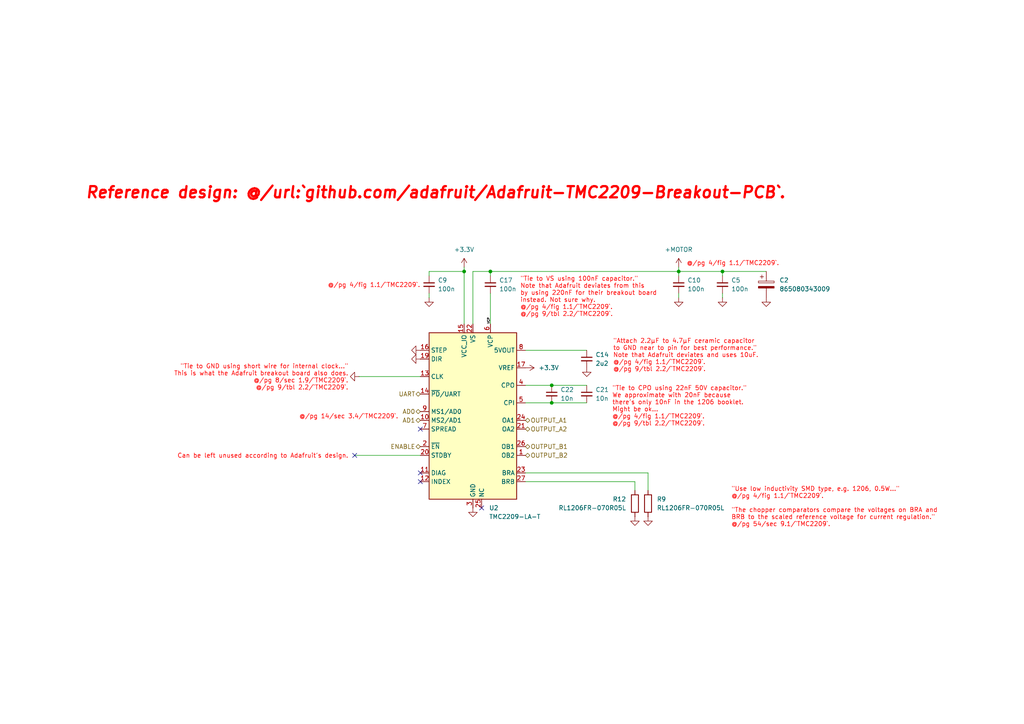
<source format=kicad_sch>
(kicad_sch (version 20250114) (generator "eeschema") (generator_version "9.0")
  (paper "A4")
  (lib_symbols
    (symbol "Device:C_Polarized" (pin_numbers (hide yes)) (pin_names (offset 0.254))
      (property "Reference" "C" (at 0.635 2.54 0))
      (property "Value" "C_Polarized" (at 0.635 -2.54 0))
      (symbol "C_Polarized_0_1"
        (rectangle (start -2.286 0.508) (end 2.286 1.016))
        (polyline (pts (xy -1.778 2.286) (xy -0.762 2.286)))
        (polyline (pts (xy -1.27 2.794) (xy -1.27 1.778)))
        (rectangle (start 2.286 -0.508) (end -2.286 -1.016) (fill (type outline)))
      )
      (symbol "C_Polarized_1_1"
        (pin passive line (at 0 3.81 270) (length 2.794) (name "~") (number "1"))
        (pin passive line (at 0 -3.81 90) (length 2.794) (name "~") (number "2"))
      )
    )
    (symbol "Device:C_Small" (pin_numbers (hide yes)) (pin_names (offset 0.254) (hide yes))
      (property "Reference" "C" (at 0.254 1.778 0))
      (property "Value" "C_Small" (at 0.254 -2.032 0))
      (symbol "C_Small_0_1"
        (polyline (pts (xy -1.524 0.508) (xy 1.524 0.508)) (stroke (width 0.3048)))
        (polyline (pts (xy -1.524 -0.508) (xy 1.524 -0.508)) (stroke (width 0.3302)))
      )
      (symbol "C_Small_1_1"
        (pin passive line (at 0 2.54 270) (length 2.032) (name "~") (number "1"))
        (pin passive line (at 0 -2.54 90) (length 2.032) (name "~") (number "2"))
      )
    )
    (symbol "Device:R" (pin_numbers (hide yes)) (pin_names (offset 0))
      (property "Reference" "R" (at 2.032 0 90))
      (property "Value" "R" (at 0 0 90))
      (symbol "R_0_1"
        (rectangle (start -1.016 -2.54) (end 1.016 2.54) (stroke (width 0.254)))
      )
      (symbol "R_1_1"
        (pin passive line (at 0 3.81 270) (length 1.27) (name "~") (number "1"))
        (pin passive line (at 0 -3.81 90) (length 1.27) (name "~") (number "2"))
      )
    )
    (symbol "Driver_Motor:TMC2209-LA"
      (property "Reference" "U" (at -11.684 26.924 0))
      (property "Value" "TMC2209-LA" (at 13.208 26.924 0))
      (symbol "TMC2209-LA_0_1"
        (rectangle (start -12.7 25.4) (end 12.7 -22.86) (stroke (width 0.254)) (fill (type background)))
      )
      (symbol "TMC2209-LA_1_1"
        (pin input line (at -15.24 20.32 0) (length 2.54) (name "STEP") (number "16"))
        (pin input line (at -15.24 17.78 0) (length 2.54) (name "DIR") (number "19"))
        (pin input line (at -15.24 12.7 0) (length 2.54) (name "CLK") (number "13"))
        (pin bidirectional line (at -15.24 7.62 0) (length 2.54) (name "~{PD}/UART") (number "14"))
        (pin input line (at -15.24 2.54 0) (length 2.54) (name "MS1/AD0") (number "9"))
        (pin input line (at -15.24 0 0) (length 2.54) (name "MS2/AD1") (number "10"))
        (pin input line (at -15.24 -2.54 0) (length 2.54) (name "SPREAD") (number "7"))
        (pin input line (at -15.24 -7.62 0) (length 2.54) (name "~{EN}") (number "2"))
        (pin input line (at -15.24 -10.16 0) (length 2.54) (name "STDBY") (number "20"))
        (pin output line (at -15.24 -15.24 0) (length 2.54) (name "DIAG") (number "11"))
        (pin output line (at -15.24 -17.78 0) (length 2.54) (name "INDEX") (number "12"))
        (pin power_in line (at -2.54 27.94 270) (length 2.54) (name "VCC_IO") (number "15"))
        (pin power_in line (at 0 27.94 270) (length 2.54) (name "VS") (number "22"))
        (pin passive line (at 0 27.94 270) (length 2.54) (hide yes) (name "VS") (number "28"))
        (pin passive line (at 0 -25.4 90) (length 2.54) (hide yes) (name "GND") (number "18"))
        (pin passive line (at 0 -25.4 90) (length 2.54) (hide yes) (name "GND") (number "29"))
        (pin power_in line (at 0 -25.4 90) (length 2.54) (name "GND") (number "3"))
        (pin passive line (at 2.54 -25.4 90) (length 2.54) (name "NC") (number "25"))
        (pin output line (at 5.08 27.94 270) (length 2.54) (name "VCP") (number "6"))
        (pin power_out line (at 15.24 20.32 180) (length 2.54) (name "5VOUT") (number "8"))
        (pin passive line (at 15.24 15.24 180) (length 2.54) (name "VREF") (number "17"))
        (pin input line (at 15.24 10.16 180) (length 2.54) (name "CPO") (number "4"))
        (pin input line (at 15.24 5.08 180) (length 2.54) (name "CPI") (number "5"))
        (pin output line (at 15.24 0 180) (length 2.54) (name "OA1") (number "24"))
        (pin output line (at 15.24 -2.54 180) (length 2.54) (name "OA2") (number "21"))
        (pin output line (at 15.24 -7.62 180) (length 2.54) (name "OB1") (number "26"))
        (pin output line (at 15.24 -10.16 180) (length 2.54) (name "OB2") (number "1"))
        (pin input line (at 15.24 -15.24 180) (length 2.54) (name "BRA") (number "23"))
        (pin input line (at 15.24 -17.78 180) (length 2.54) (name "BRB") (number "27"))
      )
    )
    (symbol "power:+3.3V" (power) (pin_numbers (hide yes)) (pin_names (offset 0) (hide yes))
      (property "Value" "+3.3V" (at 0 3.556 0))
      (symbol "+3.3V_0_1"
        (polyline (pts (xy -0.762 1.27) (xy 0 2.54)))
        (polyline (pts (xy 0 2.54) (xy 0.762 1.27)))
        (polyline (pts (xy 0 0) (xy 0 2.54)))
      )
      (symbol "+3.3V_1_1"
        (pin power_in line (at 0 0 90) (length 0) (name "~") (number "1"))
      )
    )
    (symbol "power:+BATT" (power) (pin_numbers (hide yes)) (pin_names (offset 0) (hide yes))
      (property "Value" "+BATT" (at 0 3.556 0))
      (symbol "+BATT_0_1"
        (polyline (pts (xy -0.762 1.27) (xy 0 2.54)))
        (polyline (pts (xy 0 2.54) (xy 0.762 1.27)))
        (polyline (pts (xy 0 0) (xy 0 2.54)))
      )
      (symbol "+BATT_1_1"
        (pin power_in line (at 0 0 90) (length 0) (name "~") (number "1"))
      )
    )
    (symbol "power:GND" (power) (pin_numbers (hide yes)) (pin_names (offset 0) (hide yes))
      (property "Value" "GND" (at 0 -3.81 0))
      (symbol "GND_0_1"
        (polyline (pts (xy 0 0) (xy 0 -1.27) (xy 1.27 -1.27) (xy 0 -2.54) (xy -1.27 -1.27) (xy 0 -1.27)))
      )
      (symbol "GND_1_1"
        (pin power_in line (at 0 0 270) (length 0) (name "~") (number "1"))
      )
    )
  )
  (text "\"Tie to CPO using 22nF 50V capacitor.\"\nWe approximate with 20nF because\nthere's only 10nF in the 1206 booklet.\nMight be ok...\n@/pg 4/fig 1.1/`TMC2209`.\n@/pg 9/tbl 2.2/`TMC2209`." (at 177.546 117.856 0) (effects (font (size 1.27 1.27) (thickness 0.1588)) (justify left)))
  (text "Reference design: @/url:`github.com/adafruit/Adafruit-TMC2209-Breakout-PCB`." (at 24.638 57.912 0) (effects (font (size 3.2512 3.2512) (thickness 0.6502) (bold yes) (italic yes)) (justify left bottom)))
  (text "@/pg 4/fig 1.1/`TMC2209`." (at 121.92 83.566 0) (effects (font (size 1.27 1.27) (thickness 0.1588)) (justify right bottom)))
  (text "@/pg 4/fig 1.1/`TMC2209`." (at 199.136 77.216 0) (effects (font (size 1.27 1.27) (thickness 0.1588)) (justify left bottom)))
  (text "Can be left unused according to Adafruit's design." (at 101.092 132.334 0) (effects (font (size 1.27 1.27) (thickness 0.1588)) (justify right)))
  (text "@/pg 14/sec 3.4/`TMC2209`." (at 115.57 120.904 0) (effects (font (size 1.27 1.27) (thickness 0.1588)) (justify right)))
  (text "\"Tie to GND using short wire for internal clock...\"\nThis is what the Adafruit breakout board also does.\n@/pg 8/sec 1.9/`TMC2209`.\n@/pg 9/tbl 2.2/`TMC2209`." (at 101.092 109.474 0) (effects (font (size 1.27 1.27) (thickness 0.1588)) (justify right)))
  (text "\"Use low inductivity SMD type, e.g. 1206, 0.5W...\"\n@/pg 4/fig 1.1/`TMC2209`.\n\n\"The chopper comparators compare the voltages on BRA and\nBRB to the scaled reference voltage for current regulation.\"\n@/pg 54/sec 9.1/`TMC2209`." (at 212.09 147.066 0) (effects (font (size 1.27 1.27) (thickness 0.1588)) (justify left)))
  (text "\"Tie to VS using 100nF capacitor.\"\nNote that Adafruit deviates from this\nby using 220nF for their breakout board\ninstead. Not sure why.\n@/pg 4/fig 1.1/`TMC2209`.\n@/pg 9/tbl 2.2/`TMC2209`." (at 150.876 80.264 0) (effects (font (size 1.27 1.27) (thickness 0.1588)) (justify left top)))
  (text "\"Attach 2.2μF to 4.7μF ceramic capacitor\nto GND near to pin for best performance.\"\nNote that Adafruit deviates and uses 10uF.\n@/pg 4/fig 1.1/`TMC2209`.\n@/pg 9/tbl 2.2/`TMC2209`." (at 177.8 98.298 0) (effects (font (size 1.27 1.27) (thickness 0.1588)) (justify left top)))
  (junction (at 196.85 78.74))
  (junction (at 209.55 78.74))
  (junction (at 160.02 111.76))
  (junction (at 160.02 116.84))
  (junction (at 142.24 78.74))
  (junction (at 134.62 78.74))
  (no_connect (at 139.7 147.32))
  (no_connect (at 121.92 137.16))
  (no_connect (at 121.92 124.46))
  (no_connect (at 121.92 139.7))
  (no_connect (at 102.87 132.08))
  (wire (pts (xy 134.62 78.74) (xy 134.62 77.47)))
  (wire (pts (xy 160.02 111.76) (xy 170.18 111.76)))
  (wire (pts (xy 209.55 80.01) (xy 209.55 78.74)))
  (wire (pts (xy 152.4 139.7) (xy 184.15 139.7)))
  (wire (pts (xy 102.87 132.08) (xy 121.92 132.08)))
  (wire (pts (xy 124.46 78.74) (xy 134.62 78.74)))
  (wire (pts (xy 142.24 85.09) (xy 142.24 93.98)))
  (wire (pts (xy 196.85 77.47) (xy 196.85 78.74)))
  (wire (pts (xy 137.16 78.74) (xy 142.24 78.74)))
  (wire (pts (xy 124.46 86.36) (xy 124.46 85.09)))
  (wire (pts (xy 137.16 78.74) (xy 137.16 93.98)))
  (wire (pts (xy 187.96 137.16) (xy 187.96 142.24)))
  (wire (pts (xy 184.15 139.7) (xy 184.15 142.24)))
  (wire (pts (xy 196.85 78.74) (xy 209.55 78.74)))
  (wire (pts (xy 152.4 111.76) (xy 160.02 111.76)))
  (wire (pts (xy 134.62 78.74) (xy 134.62 93.98)))
  (wire (pts (xy 160.02 116.84) (xy 170.18 116.84)))
  (wire (pts (xy 142.24 80.01) (xy 142.24 78.74)))
  (wire (pts (xy 152.4 137.16) (xy 187.96 137.16)))
  (wire (pts (xy 152.4 101.6) (xy 170.18 101.6)))
  (wire (pts (xy 196.85 80.01) (xy 196.85 78.74)))
  (wire (pts (xy 196.85 86.36) (xy 196.85 85.09)))
  (wire (pts (xy 142.24 78.74) (xy 196.85 78.74)))
  (wire (pts (xy 209.55 86.36) (xy 209.55 85.09)))
  (wire (pts (xy 209.55 78.74) (xy 222.25 78.74)))
  (wire (pts (xy 124.46 78.74) (xy 124.46 80.01)))
  (wire (pts (xy 152.4 116.84) (xy 160.02 116.84)))
  (wire (pts (xy 104.14 109.22) (xy 121.92 109.22)))
  (label "VCP" (at 142.24 93.98 90) (effects (font (size 0.635 0.635))))
  (hierarchical_label "OUTPUT_B2" (shape bidirectional) (at 152.4 132.08 0))
  (hierarchical_label "OUTPUT_A1" (shape bidirectional) (at 152.4 121.92 0))
  (hierarchical_label "AD1" (shape bidirectional) (at 121.92 121.92 180))
  (hierarchical_label "OUTPUT_B1" (shape bidirectional) (at 152.4 129.54 0))
  (hierarchical_label "ENABLE" (shape bidirectional) (at 121.92 129.54 180))
  (hierarchical_label "UART" (shape bidirectional) (at 121.92 114.3 180))
  (hierarchical_label "AD0" (shape bidirectional) (at 121.92 119.38 180))
  (hierarchical_label "OUTPUT_A2" (shape bidirectional) (at 152.4 124.46 0))
  (symbol (lib_id "Device:C_Small") (at 160.02 114.3 0) (unit 1)
    (property "Reference" "C20" (at 162.56 113.0362 0) (effects (justify left)))
    (property "Value" "10n" (at 162.56 115.5762 0) (effects (justify left)))
    (property "Footprint" "Capacitor_SMD:C_1206_3216Metric_Pad1.33x1.80mm_HandSolder" (effects (hide yes)))
    (property "Description" "Unpolarized capacitor, small symbol" (effects (hide yes)))
    (instances (project "VehiclePowerDistributionSystem" (path "" (reference "C22") (unit 1)) (path "" (reference "C23") (unit 1)) (path "" (reference "C20") (unit 1))))
  )
  (symbol (lib_id "Device:C_Small") (at 124.46 82.55 0) (unit 1)
    (property "Reference" "C7" (at 127 81.2862 0) (effects (justify left)))
    (property "Value" "100n" (at 127 83.8262 0) (effects (justify left)))
    (property "Footprint" "Capacitor_SMD:C_1206_3216Metric_Pad1.33x1.80mm_HandSolder" (effects (hide yes)))
    (property "Description" "Unpolarized capacitor, small symbol" (effects (hide yes)))
    (instances (project "VehiclePowerDistributionSystem" (path "" (reference "C9") (unit 1)) (path "" (reference "C11") (unit 1)) (path "" (reference "C7") (unit 1))))
  )
  (symbol (lib_id "Device:C_Small") (at 170.18 114.3 0) (unit 1)
    (property "Reference" "C19" (at 172.72 113.0362 0) (effects (justify left)))
    (property "Value" "10n" (at 172.72 115.5762 0) (effects (justify left)))
    (property "Footprint" "Capacitor_SMD:C_1206_3216Metric_Pad1.33x1.80mm_HandSolder" (effects (hide yes)))
    (property "Description" "Unpolarized capacitor, small symbol" (effects (hide yes)))
    (instances (project "VehiclePowerDistributionSystem" (path "" (reference "C21") (unit 1)) (path "" (reference "C24") (unit 1)) (path "" (reference "C19") (unit 1))))
  )
  (symbol (lib_id "Device:R") (at 184.15 146.05 0) (mirror x) (unit 1)
    (property "Reference" "R11" (at 181.61 144.7799 0) (effects (justify right)))
    (property "Value" "RL1206FR-070R05L" (at 181.61 147.3199 0) (effects (justify right)))
    (property "Footprint" "Resistor_SMD:R_1206_3216Metric_Pad1.30x1.75mm_HandSolder" (effects (hide yes)))
    (property "Description" "Resistor" (effects (hide yes)))
    (instances (project "VehiclePowerDistributionSystem" (path "" (reference "R12") (unit 1)) (path "" (reference "R13") (unit 1)) (path "" (reference "R11") (unit 1))))
  )
  (symbol (lib_id "power:GND") (at 222.25 86.36 0) (unit 1)
    (property "Reference" "#PWR051" (effects (hide yes)))
    (property "Value" "GND" (effects (hide yes)))
    (property "Description" "Power symbol creates a global label with name \"GND\" , ground" (effects (hide yes)))
    (instances (project "VehiclePowerDistributionSystem" (path "" (reference "#PWR065") (unit 1)) (path "" (reference "#PWR079") (unit 1)) (path "" (reference "#PWR051") (unit 1))))
  )
  (symbol (lib_id "power:GND") (at 209.55 86.36 0) (unit 1)
    (property "Reference" "#PWR050" (effects (hide yes)))
    (property "Value" "GND" (effects (hide yes)))
    (property "Description" "Power symbol creates a global label with name \"GND\" , ground" (effects (hide yes)))
    (instances (project "VehiclePowerDistributionSystem" (path "" (reference "#PWR064") (unit 1)) (path "" (reference "#PWR078") (unit 1)) (path "" (reference "#PWR050") (unit 1))))
  )
  (symbol (lib_id "power:+3.3V") (at 134.62 77.47 0) (unit 1)
    (property "Reference" "#PWR043" (effects (hide yes)))
    (property "Value" "+3.3V" (at 134.62 72.39 0))
    (property "Description" "Power symbol creates a global label with name \"+3.3V\"" (effects (hide yes)))
    (instances (project "VehiclePowerDistributionSystem" (path "" (reference "#PWR057") (unit 1)) (path "" (reference "#PWR071") (unit 1)) (path "" (reference "#PWR043") (unit 1))))
  )
  (symbol (lib_id "power:+BATT") (at 196.85 77.47 0) (unit 1)
    (property "Reference" "#PWR048" (effects (hide yes)))
    (property "Value" "+MOTOR" (at 196.85 72.39 0))
    (property "Description" "Power symbol creates a global label with name \"+BATT\"" (effects (hide yes)))
    (instances (project "VehiclePowerDistributionSystem" (path "" (reference "#PWR062") (unit 1)) (path "" (reference "#PWR076") (unit 1)) (path "" (reference "#PWR048") (unit 1))))
  )
  (symbol (lib_id "power:GND") (at 187.96 149.86 0) (unit 1)
    (property "Reference" "#PWR047" (effects (hide yes)))
    (property "Value" "GND" (effects (hide yes)))
    (property "Description" "Power symbol creates a global label with name \"GND\" , ground" (effects (hide yes)))
    (instances (project "VehiclePowerDistributionSystem" (path "" (reference "#PWR061") (unit 1)) (path "" (reference "#PWR075") (unit 1)) (path "" (reference "#PWR047") (unit 1))))
  )
  (symbol (lib_id "power:GND") (at 196.85 86.36 0) (unit 1)
    (property "Reference" "#PWR049" (effects (hide yes)))
    (property "Value" "GND" (effects (hide yes)))
    (property "Description" "Power symbol creates a global label with name \"GND\" , ground" (effects (hide yes)))
    (instances (project "VehiclePowerDistributionSystem" (path "" (reference "#PWR063") (unit 1)) (path "" (reference "#PWR077") (unit 1)) (path "" (reference "#PWR049") (unit 1))))
  )
  (symbol (lib_id "Device:C_Polarized") (at 222.25 82.55 0) (unit 1)
    (property "Reference" "C3" (at 226.06 81.28 0) (effects (justify left)))
    (property "Value" "865080343009" (at 226.06 83.82 0) (effects (justify left)))
    (property "Footprint" "Capacitor_SMD:CP_Elec_6.3x5.4" (effects (hide yes)))
    (property "Description" "Polarized capacitor" (effects (hide yes)))
    (instances (project "VehiclePowerDistributionSystem" (path "" (reference "C2") (unit 1)) (path "" (reference "C1") (unit 1)) (path "" (reference "C3") (unit 1))))
  )
  (symbol (lib_id "power:GND") (at 170.18 106.68 0) (unit 1)
    (property "Reference" "#PWR045" (effects (hide yes)))
    (property "Value" "GND" (effects (hide yes)))
    (property "Description" "Power symbol creates a global label with name \"GND\" , ground" (effects (hide yes)))
    (instances (project "VehiclePowerDistributionSystem" (path "" (reference "#PWR059") (unit 1)) (path "" (reference "#PWR073") (unit 1)) (path "" (reference "#PWR045") (unit 1))))
  )
  (symbol (lib_id "Device:C_Small") (at 209.55 82.55 0) (unit 1)
    (property "Reference" "C4" (at 212.09 81.2862 0) (effects (justify left)))
    (property "Value" "100n" (at 212.09 83.8262 0) (effects (justify left)))
    (property "Footprint" "Capacitor_SMD:C_1206_3216Metric_Pad1.33x1.80mm_HandSolder" (effects (hide yes)))
    (property "Description" "Unpolarized capacitor, small symbol" (effects (hide yes)))
    (instances (project "VehiclePowerDistributionSystem" (path "" (reference "C5") (unit 1)) (path "" (reference "C6") (unit 1)) (path "" (reference "C4") (unit 1))))
  )
  (symbol (lib_id "Device:C_Small") (at 196.85 82.55 0) (unit 1)
    (property "Reference" "C8" (at 199.39 81.2862 0) (effects (justify left)))
    (property "Value" "100n" (at 199.39 83.8262 0) (effects (justify left)))
    (property "Footprint" "Capacitor_SMD:C_1206_3216Metric_Pad1.33x1.80mm_HandSolder" (effects (hide yes)))
    (property "Description" "Unpolarized capacitor, small symbol" (effects (hide yes)))
    (instances (project "VehiclePowerDistributionSystem" (path "" (reference "C10") (unit 1)) (path "" (reference "C12") (unit 1)) (path "" (reference "C8") (unit 1))))
  )
  (symbol (lib_id "power:GND") (at 137.16 147.32 0) (unit 1)
    (property "Reference" "#PWR044" (effects (hide yes)))
    (property "Value" "GND" (effects (hide yes)))
    (property "Description" "Power symbol creates a global label with name \"GND\" , ground" (effects (hide yes)))
    (instances (project "VehiclePowerDistributionSystem" (path "" (reference "#PWR058") (unit 1)) (path "" (reference "#PWR072") (unit 1)) (path "" (reference "#PWR044") (unit 1))))
  )
  (symbol (lib_id "Driver_Motor:TMC2209-LA") (at 137.16 121.92 0) (unit 1)
    (property "Reference" "U3" (at 141.8433 147.32 0) (effects (justify left)))
    (property "Value" "TMC2209-LA-T" (at 141.8433 149.86 0) (effects (justify left)))
    (property "Footprint" "pcb:VQFN-28-1EP_5x5mm_P0.5mm_EP3.7x3.7mm_ThermalVias" (effects (hide yes)))
    (property "Datasheet" "https://www.analog.com/media/en/technical-documentation/data-sheets/TMC2209_datasheet_rev1.09.pdf" (effects (hide yes)))
    (property "Description" "2-phase stepper motor driver, 256 µSteps, 2.8A peak, 2.0A RMS, VS = 4.75..29V, STEP/DIR and UART interface, VQFN-28" (effects (hide yes)))
    (instances (project "VehiclePowerDistributionSystem" (path "" (reference "U2") (unit 1)) (path "" (reference "U1") (unit 1)) (path "" (reference "U3") (unit 1))))
  )
  (symbol (lib_id "Device:C_Small") (at 170.18 104.14 0) (unit 1)
    (property "Reference" "C13" (at 172.72 102.8762 0) (effects (justify left)))
    (property "Value" "2u2" (at 172.72 105.4162 0) (effects (justify left)))
    (property "Footprint" "Capacitor_SMD:C_1206_3216Metric_Pad1.33x1.80mm_HandSolder" (effects (hide yes)))
    (property "Description" "Unpolarized capacitor, small symbol" (effects (hide yes)))
    (instances (project "VehiclePowerDistributionSystem" (path "" (reference "C14") (unit 1)) (path "" (reference "C15") (unit 1)) (path "" (reference "C13") (unit 1))))
  )
  (symbol (lib_id "power:GND") (at 121.92 101.6 270) (unit 1)
    (property "Reference" "#PWR014" (effects (hide yes)))
    (property "Value" "GND" (effects (hide yes)))
    (property "Description" "Power symbol creates a global label with name \"GND\" , ground" (effects (hide yes)))
    (instances (project "VehiclePowerDistributionSystem" (path "" (reference "#PWR015") (unit 1)) (path "" (reference "#PWR016") (unit 1)) (path "" (reference "#PWR014") (unit 1))))
  )
  (symbol (lib_id "Device:R") (at 187.96 146.05 180) (unit 1)
    (property "Reference" "R8" (at 190.5 144.7799 0) (effects (justify right)))
    (property "Value" "RL1206FR-070R05L" (at 190.5 147.3199 0) (effects (justify right)))
    (property "Footprint" "Resistor_SMD:R_1206_3216Metric_Pad1.30x1.75mm_HandSolder" (effects (hide yes)))
    (property "Description" "Resistor" (effects (hide yes)))
    (instances (project "VehiclePowerDistributionSystem" (path "" (reference "R9") (unit 1)) (path "" (reference "R10") (unit 1)) (path "" (reference "R8") (unit 1))))
  )
  (symbol (lib_id "power:GND") (at 121.92 104.14 270) (unit 1)
    (property "Reference" "#PWR017" (effects (hide yes)))
    (property "Value" "GND" (effects (hide yes)))
    (property "Description" "Power symbol creates a global label with name \"GND\" , ground" (effects (hide yes)))
    (instances (project "VehiclePowerDistributionSystem" (path "" (reference "#PWR018") (unit 1)) (path "" (reference "#PWR038") (unit 1)) (path "" (reference "#PWR017") (unit 1))))
  )
  (symbol (lib_id "power:+3.3V") (at 152.4 106.68 270) (unit 1)
    (property "Reference" "#PWR02" (effects (hide yes)))
    (property "Value" "+3.3V" (at 156.21 106.6799 90) (effects (justify left)))
    (property "Description" "Power symbol creates a global label with name \"+3.3V\"" (effects (hide yes)))
    (instances (project "VehiclePowerDistributionSystem" (path "" (reference "#PWR06") (unit 1)) (path "" (reference "#PWR07") (unit 1)) (path "" (reference "#PWR02") (unit 1))))
  )
  (symbol (lib_id "power:GND") (at 104.14 109.22 270) (unit 1)
    (property "Reference" "#PWR041" (effects (hide yes)))
    (property "Value" "GND" (effects (hide yes)))
    (property "Description" "Power symbol creates a global label with name \"GND\" , ground" (effects (hide yes)))
    (instances (project "VehiclePowerDistributionSystem" (path "" (reference "#PWR055") (unit 1)) (path "" (reference "#PWR069") (unit 1)) (path "" (reference "#PWR041") (unit 1))))
  )
  (symbol (lib_id "power:GND") (at 124.46 86.36 0) (unit 1)
    (property "Reference" "#PWR042" (effects (hide yes)))
    (property "Value" "GND" (effects (hide yes)))
    (property "Description" "Power symbol creates a global label with name \"GND\" , ground" (effects (hide yes)))
    (instances (project "VehiclePowerDistributionSystem" (path "" (reference "#PWR056") (unit 1)) (path "" (reference "#PWR070") (unit 1)) (path "" (reference "#PWR042") (unit 1))))
  )
  (symbol (lib_id "power:GND") (at 184.15 149.86 0) (unit 1)
    (property "Reference" "#PWR046" (effects (hide yes)))
    (property "Value" "GND" (effects (hide yes)))
    (property "Description" "Power symbol creates a global label with name \"GND\" , ground" (effects (hide yes)))
    (instances (project "VehiclePowerDistributionSystem" (path "" (reference "#PWR060") (unit 1)) (path "" (reference "#PWR074") (unit 1)) (path "" (reference "#PWR046") (unit 1))))
  )
  (symbol (lib_id "Device:C_Small") (at 142.24 82.55 0) (unit 1)
    (property "Reference" "C16" (at 144.78 81.2862 0) (effects (justify left)))
    (property "Value" "100n" (at 144.78 83.8262 0) (effects (justify left)))
    (property "Footprint" "Capacitor_SMD:C_1206_3216Metric_Pad1.33x1.80mm_HandSolder" (effects (hide yes)))
    (property "Description" "Unpolarized capacitor, small symbol" (effects (hide yes)))
    (instances (project "VehiclePowerDistributionSystem" (path "" (reference "C17") (unit 1)) (path "" (reference "C18") (unit 1)) (path "" (reference "C16") (unit 1))))
  )
)
</source>
